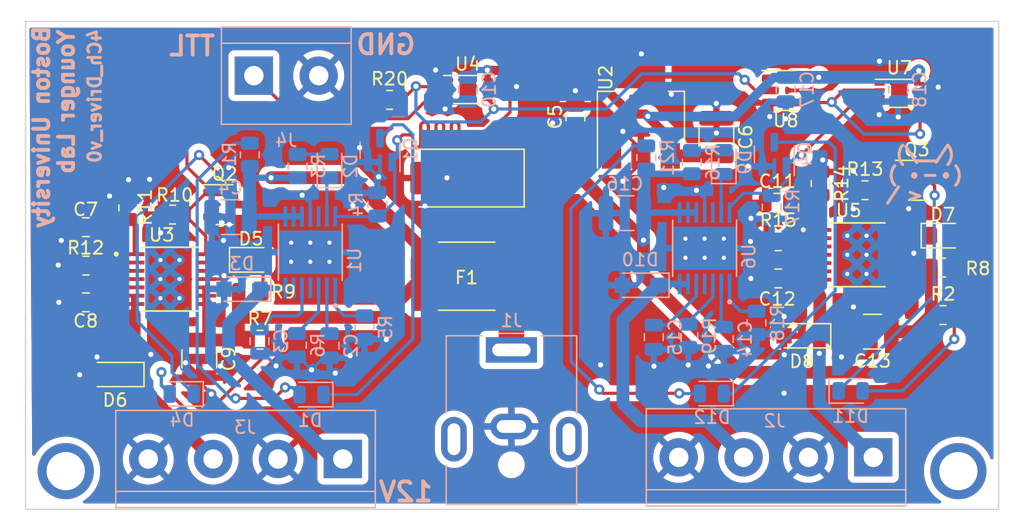
<source format=kicad_pcb>
(kicad_pcb (version 20221018) (generator pcbnew)
  (layers (0 "F.Cu" signal) (31 "B.Cu" signal) (34 "B.Paste" user) (35 "F.Paste" user) (36 "B.SilkS" user "B.Silkscreen") (37 "F.SilkS" user "F.Silkscreen") (38 "B.Mask" user) (39 "F.Mask" user) (44 "Edge.Cuts" user))
  (net 0 "")
  (net 1 "+12V")
  (net 2 "GND")
  (net 3 "/delay1")
  (net 4 "Net-(U1-BOOT)")
  (net 5 "+5V")
  (net 6 "/delay2")
  (net 7 "Net-(U3-BOOT)")
  (net 8 "Net-(D1-K)")
  (net 9 "Net-(D1-A)")
  (net 10 "/fault1")
  (net 11 "Net-(D2-A)")
  (net 12 "/out1")
  (net 13 "Net-(D4-K)")
  (net 14 "Net-(D4-A)")
  (net 15 "/fault2")
  (net 16 "Net-(D5-A)")
  (net 17 "/out2")
  (net 18 "/12V_IN")
  (net 19 "/in_term1")
  (net 20 "/in_term2")
  (net 21 "/duty1")
  (net 22 "/freq1")
  (net 23 "/duty2")
  (net 24 "/freq2")
  (net 29 "/inverted_signal/delay3")
  (net 30 "Net-(U5-BOOT)")
  (net 31 "/inverted_signal/delay4")
  (net 32 "Net-(U6-BOOT)")
  (net 33 "/inverted_signal/fault3")
  (net 34 "Net-(D7-A)")
  (net 35 "/inverted_signal/out3")
  (net 36 "/inverted_signal/fault4")
  (net 37 "Net-(D9-A)")
  (net 38 "/inverted_signal/out4")
  (net 39 "Net-(D11-K)")
  (net 40 "Net-(D11-A)")
  (net 41 "Net-(D12-K)")
  (net 42 "Net-(D12-A)")
  (net 43 "/in")
  (net 44 "/inverted_signal/in_term3")
  (net 45 "/inverted_signal/in_term4")
  (net 46 "/inverted_signal/duty3")
  (net 47 "/inverted_signal/freq3")
  (net 48 "/inverted_signal/duty4")
  (net 49 "/inverted_signal/freq4")
  (net 50 "in_sig")
  (net 55 "/inverted_signal/inverted")
  (footprint "Resistor_SMD:R_0805_2012Metric" (layer "F.Cu") (at 110.72 102.07)
    (fp_text reference "R12")
    (fp_text value "191k")
  )
  (footprint "Capacitor_SMD:C_1210_3225Metric" (layer "F.Cu") (at 119.6 109.38 -90)
    (fp_text reference "C9")
    (fp_text value "10uF")
  )
  (footprint "Package_SO:VSSOP-8_2.3x2mm_P0.5mm" (layer "F.Cu") (at 140.626 88.27)
    (fp_text reference "U4")
    (fp_text value "SN74LVC2G125DCUR")
  )
  (footprint "LED_SMD:LED_0805_2012Metric" (layer "F.Cu") (at 123.65 101.62)
    (fp_text reference "D5")
    (fp_text value "LED")
  )
  (footprint "Resistor_SMD:R_0805_2012Metric" (layer "F.Cu") (at 168.254 95.634 -90)
    (fp_text reference "R14")
    (fp_text value "162k")
  )
  (footprint "MountingHole:MountingHole_2.2mm_M2_Pad" (layer "F.Cu") (at 179.04 118.18)
    (fp_text reference "H1" hide)
    (fp_text value "MountingHole")
  )
  (footprint "Capacitor_SMD:C_0805_2012Metric" (layer "F.Cu") (at 110.72 104.95)
    (fp_text reference "C8")
    (fp_text value "470pF")
  )
  (footprint "Fuse:Fuse_2920_7451Metric" (layer "F.Cu") (at 140.54 102.9 180)
    (fp_text reference "F1")
    (fp_text value "0ZCF0125FF2C")
  )
  (footprint "LED_SMD:LED_0805_2012Metric" (layer "F.Cu") (at 177.814 99.724)
    (fp_text reference "D7")
    (fp_text value "LED")
  )
  (footprint "Diode_SMD:Nexperia_CFP3_SOD-123W" (layer "F.Cu") (at 113.0075 110.61 180)
    (fp_text reference "D6")
    (fp_text value "PMEG10010ELRX")
  )
  (footprint "Package_TO_SOT_SMD:SOT-23" (layer "F.Cu") (at 121.58 97.29)
    (fp_text reference "Q2")
    (fp_text value "2N7002E")
  )
  (footprint "Package_TO_SOT_SMD:SOT-23-5" (layer "F.Cu") (at 165.45 88.34)
    (fp_text reference "U8")
    (fp_text value "SN74AHCT1G04DBVR")
  )
  (footprint "Capacitor_SMD:C_1210_3225Metric" (layer "F.Cu") (at 172.32 107.25 180)
    (fp_text reference "C13")
    (fp_text value "10uF")
  )
  (footprint "Solenoid_Driver:IC_TPS27S100BPWPR" (layer "F.Cu") (at 117.3 103.13)
    (fp_text reference "U3")
    (fp_text value "DRV104PWP")
  )
  (footprint "Solenoid_Driver:IC_TPS27S100BPWPR" (layer "F.Cu") (at 171.094 101.224)
    (fp_text reference "U5")
    (fp_text value "DRV104PWP")
  )
  (footprint "MountingHole:MountingHole_2.2mm_M2_Pad" (layer "F.Cu") (at 109.14 118.18)
    (fp_text reference "H2" hide)
    (fp_text value "MountingHole")
  )
  (footprint "Capacitor_SMD:C_0805_2012Metric" (layer "F.Cu") (at 149.05 90.46 -90)
    (fp_text reference "C5")
    (fp_text value "0.1uF")
  )
  (footprint "Resistor_SMD:R_0805_2012Metric" (layer "F.Cu") (at 177.814 102.224)
    (fp_text reference "R8")
    (fp_text value "4k7")
  )
  (footprint "Capacitor_SMD:C_0805_2012Metric" (layer "F.Cu") (at 110.72 99.06)
    (fp_text reference "C7")
    (fp_text value "0.18uF")
  )
  (footprint "Resistor_SMD:R_0805_2012Metric" (layer "F.Cu") (at 171.724 96.164)
    (fp_text reference "R13")
    (fp_text value "4k7")
  )
  (footprint "Diode_SMD:Nexperia_CFP3_SOD-123W" (layer "F.Cu") (at 166.788 107.574 180)
    (fp_text reference "D8")
    (fp_text value "PMEG10010ELRX")
  )
  (footprint "Capacitor_Tantalum_SMD:CP_EIA-7343-43_Kemet-X_Pad2.25x2.55mm_HandSolder" (layer "F.Cu") (at 140.45 95.21 180)
    (fp_text reference "C1" hide)
    (fp_text value "47uF")
  )
  (footprint "Capacitor_SMD:C_1210_3225Metric" (layer "F.Cu") (at 160.09 92 -90)
    (fp_text reference "C6")
    (fp_text value "10uF")
  )
  (footprint "Resistor_SMD:R_0805_2012Metric" (layer "F.Cu") (at 164.934 100.164)
    (fp_text reference "R15")
    (fp_text value "191k")
  )
  (footprint "Resistor_SMD:R_0805_2012Metric" (layer "F.Cu") (at 114.04 97.54 -90)
    (fp_text reference "R11")
    (fp_text value "162k")
  )
  (footprint "Resistor_SMD:R_0805_2012Metric" (layer "F.Cu") (at 134.5 89.08)
    (fp_text reference "R20")
    (fp_text value "49R9")
  )
  (footprint "Resistor_SMD:R_0805_2012Metric" (layer "F.Cu") (at 123.6 104.13)
    (fp_text reference "R9")
    (fp_text value "4k7")
  )
  (footprint "Resistor_SMD:R_0805_2012Metric" (layer "F.Cu") (at 124.35 107.88)
    (fp_text reference "R7")
    (fp_text value "1K")
  )
  (footprint "Resistor_SMD:R_0805_2012Metric" (layer "F.Cu") (at 117.51 98.07)
    (fp_text reference "R10")
    (fp_text value "4k7")
  )
  (footprint "Package_TO_SOT_SMD:SOT-223-3_TabPin2" (layer "F.Cu") (at 154.18 90.32 90)
    (fp_text reference "U2")
    (fp_text value "BD750L2FP3-CE2")
  )
  (footprint "Capacitor_SMD:C_0805_2012Metric" (layer "F.Cu") (at 164.934 103.074)
    (fp_text reference "C12")
    (fp_text value "470pF")
  )
  (footprint "Capacitor_SMD:C_0805_2012Metric" (layer "F.Cu") (at 164.864 97.144)
    (fp_text reference "C11")
    (fp_text value "0.18uF")
  )
  (footprint "Package_SO:VSSOP-8_2.3x2mm_P0.5mm" (layer "F.Cu") (at 174.42 88.57)
    (fp_text reference "U7")
    (fp_text value "SN74LVC2G125DCUR")
  )
  (footprint "Package_TO_SOT_SMD:SOT-23" (layer "F.Cu") (at 175.794 95.384)
    (fp_text reference "Q3")
    (fp_text value "2N7002E")
  )
  (footprint "Resistor_SMD:R_0805_2012Metric" (layer "F.Cu") (at 177.84 105.95)
    (fp_text reference "R2")
    (fp_text value "1K")
  )
  (footprint "Capacitor_SMD:C_0805_2012Metric" (layer "B.Cu") (at 124.31 107.99 90)
    (fp_text reference "C3")
    (fp_text value "470pF")
  )
  (footprint "Resistor_SMD:R_0805_2012Metric" (layer "B.Cu") (at 164.418 97.49 90)
    (fp_text reference "R17")
    (fp_text value "4k7")
  )
  (footprint "Resistor_SMD:R_0805_2012Metric" (layer "B.Cu") (at 157.898 107.574 90)
    (fp_text reference "R19")
    (fp_text value "191k")
  )
  (footprint "Connector_BarrelJack:BarrelJack_CUI_PJ-063AH_Horizontal" (layer "B.Cu") (at 144.04 108.68 180)
    (fp_text reference "J1")
    (fp_text value "Barrel_Jack")
  )
  (footprint "Diode_SMD:Nexperia_CFP3_SOD-123W" (layer "B.Cu") (at 154.1255 103.61 180)
    (fp_text reference "D10")
    (fp_text value "PMEG10010ELRX")
  )
  (footprint "Resistor_SMD:R_0805_2012Metric" (layer "B.Cu") (at 127.24 108.31 90)
    (fp_text reference "R6")
    (fp_text value "191k")
  )
  (footprint "Package_TO_SOT_SMD:SOT-23" (layer "B.Cu") (at 133.75 93.02 90)
    (fp_text reference "Q1")
    (fp_text value "2N7002E")
  )
  (footprint "Capacitor_SMD:C_0805_2012Metric" (layer "B.Cu") (at 174.33 88.26 90)
    (fp_text reference "C18")
    (fp_text value "0.1uF")
  )
  (footprint "Resistor_SMD:R_0805_2012Metric" (layer "B.Cu") (at 154.596 93.604 90)
    (fp_text reference "R21")
    (fp_text value "1K")
  )
  (footprint "Resistor_SMD:R_0805_2012Metric" (layer "B.Cu") (at 123.55 93.39 90)
    (fp_text reference "R1")
    (fp_text value "1K")
  )
  (footprint "LED_SMD:LED_0805_2012Metric" (layer "B.Cu") (at 129.79 94.27 90)
    (fp_text reference "D2")
    (fp_text value "LED")
  )
  (footprint "Resistor_SMD:R_0805_2012Metric" (layer "B.Cu") (at 127.29 94.27 90)
    (fp_text reference "R3")
    (fp_text value "4k7")
  )
  (footprint "Solenoid_Driver:IC_TPS27S100BPWPR" (layer "B.Cu") (at 159.168 100.71 90)
    (fp_text reference "U6")
    (fp_text value "DRV104PWP")
  )
  (footprint "Capacitor_SMD:C_0805_2012Metric" (layer "B.Cu") (at 140.626 88.27 90)
    (fp_text reference "C10")
    (fp_text value "0.1uF")
  )
  (footprint "TerminalBlock:TerminalBlock_bornier-2_P5.08mm" (layer "B.Cu") (at 123.87 87.18)
    (fp_text reference "J4")
    (fp_text value "Screw_Terminal_01x02")
  )
  (footprint "Capacitor_SMD:C_0805_2012Metric" (layer "B.Cu") (at 129.8 108.35 90)
    (fp_text reference "C2")
    (fp_text value "0.18uF")
  )
  (footprint "Diode_SMD:Nexperia_CFP3_SOD-123W" (layer "B.Cu") (at 122.9375 103.92 180)
    (fp_text reference "D3")
    (fp_text value "PMEG10010ELRX")
  )
  (footprint "LED_SMD:LED_0805_2012Metric" (layer "B.Cu") (at 128.38 112.18 180)
    (fp_text reference "D1")
    (fp_text value "LED")
  )
  (footprint "TerminalBlock:TerminalBlock_bornier-4_P5.08mm" (layer "B.Cu") (at 130.84 117.23 180)
    (fp_text reference "J3")
    (fp_text value "Screw_Terminal_01x04")
  )
  (footprint "TerminalBlock:TerminalBlock_bornier-4_P5.08mm" (layer "B.Cu") (at 172.38 117.1 180)
    (fp_text reference "J2")
    (fp_text value "Screw_Terminal_01x04")
  )
  (footprint "Solenoid_Driver:IC_TPS27S100BPWPR" (layer "B.Cu") (at 128.29 101.02 90)
    (fp_text reference "U1")
    (fp_text value "DRV104PWP")
  )
  (footprint "Resistor_SMD:R_0805_2012Metric" (layer "B.Cu") (at 163.232 106.558 90)
    (fp_text reference "R18")
    (fp_text value "162k")
  )
  (footprint "LED_SMD:LED_0805_2012Metric" (layer "B.Cu") (at 170.598 111.892)
    (fp_text reference "D11")
    (fp_text value "LED")
  )
  (footprint "LED_SMD:LED_0805_2012Metric" (layer "B.Cu") (at 159.728 112.1 180)
    (fp_text reference "D12")
    (fp_text value "LED")
  )
  (footprint "LED_SMD:LED_0805_2012Metric" (layer "B.Cu") (at 118.22 112.13 180)
    (fp_text reference "D4")
    (fp_text value "LED")
  )
  (footprint "Resistor_SMD:R_0805_2012Metric" (layer "B.Cu") (at 132.54 106.92 90)
    (fp_text reference "R5")
    (fp_text value "162k")
  )
  (footprint "Capacitor_SMD:C_0805_2012Metric" (layer "B.Cu") (at 155.188 107.68 90)
    (fp_text reference "C15")
    (fp_text value "470pF")
  )
  (footprint "Capacitor_SMD:C_1210_3225Metric" (layer "B.Cu") (at 122.04 98.27 180)
    (fp_text reference "C4")
    (fp_text value "10uF")
  )
  (footprint "Capacitor_SMD:C_0805_2012Metric" (layer "B.Cu") (at 165.518 88.27 90)
    (fp_text reference "C17")
    (fp_text value "0.1uF")
  )
  (footprint "Resistor_SMD:R_0805_2012Metric" (layer "B.Cu") (at 158.168 93.96 90)
    (fp_text reference "R16")
    (fp_text value "4k7")
  )
  (footprint "Capacitor_SMD:C_0805_2012Metric" (layer "B.Cu") (at 160.668 107.828 90)
    (fp_text reference "C14")
    (fp_text value "0.18uF")
  )
  (footprint "Package_TO_SOT_SMD:SOT-23" (layer "B.Cu") (at 164.628 93.35 90)
    (fp_text reference "Q4")
    (fp_text value "2N7002E")
  )
  (footprint "LED_SMD:LED_0805_2012Metric" (layer "B.Cu") (at 160.668 93.96 90)
    (fp_text reference "D9")
    (fp_text value "LED")
  )
  (footprint "Capacitor_SMD:C_1210_3225Metric" (layer "B.Cu") (at 152.918 97.96 180)
    (fp_text reference "C16")
    (fp_text value "10uF")
  )
  (footprint "Resistor_SMD:R_0805_2012Metric" (layer "B.Cu") (at 133.54 97.27 -90)
    (fp_text reference "R4")
    (fp_text value "4k7")
  )
  (gr_line (start 105.99 121.18) (end 182.19 121.18) (stroke (width 0.1)) (layer "Edge.Cuts"))
  (gr_line (start 105.99 121.18) (end 105.99 82.93) (stroke (width 0.1)) (layer "Edge.Cuts"))
  (gr_line (start 182.19 82.93) (end 182.19 121.18) (stroke (width 0.1)) (layer "Edge.Cuts"))
  (gr_line (start 105.99 82.93) (end 182.19 82.93) (stroke (width 0.1)) (layer "Edge.Cuts"))
  (gr_text "GND" (at 136.69 85.63) (layer "B.SilkS") (effects (font (size 1.5 1.5) (thickness 0.3) bold) (justify left bottom mirror)))
  (gr_text "Boston University" (at 107.94 99.31 90) (layer "B.SilkS") (effects (font (size 1.2 1.2) (thickness 0.3) bold) (justify right bottom mirror)))
  (gr_text "     (\\__/)\n     (•-• )\n         < \\" (at 178.35 94.93) (layer "B.SilkS") (effects (font (size 1 1) (thickness 0.23)) (justify mirror)))
  (gr_text "Younger Lab" (at 109.88 83.43 90) (layer "B.SilkS") (effects (font (size 1.2 1.2) (thickness 0.3) bold) (justify left bottom mirror)))
  (gr_text "TTL" (at 120.99 85.73) (layer "B.SilkS") (effects (font (size 1.5 1.5) (thickness 0.3) bold) (justify left bottom mirror)))
  (gr_text "12V" (at 138.04 120.68) (layer "B.SilkS") (effects (font (size 1.5 1.5) (thickness 0.3) bold) (justify left bottom mirror)))
  (gr_text "4Ch_Driver_v0" (at 111.41 88.78 90) (layer "B.SilkS") (effects (font (size 1 1) (thickness 0.23) bold) (justify mirror)))
  (segment (start 173.894 102.056) (end 173.9 102.05) (width 0.5) (layer "F.Cu") (net 1))
  (segment (start 173.795 107.25) (end 173.894 107.151) (width 0.25) (layer "F.Cu") (net 1))
  (segment (start 133.9225 106.13) (end 122.66 106.13) (width 1) (layer "F.Cu") (net 1))
  (segment (start 149.008 95.21) (end 149.008 93.604) (width 1.5) (layer "F.Cu") (net 1))
  (segment (start 122.66 104.1575) (end 122.6875 104.13) (width 1) (layer "F.Cu") (net 1))
  (segment (start 173.795 107.25) (end 175.6275 107.25) (width 1) (layer "F.Cu") (net 1))
  (segment (start 123.4125 107.905) (end 123.4375 107.88) (width 0.25) (layer "F.Cu") (net 1))
  (segment (start 154.38 102.8) (end 162.01 110.43) (width 1) (layer "F.Cu") (net 1))
  (segment (start 149.05 93.562) (end 149.008 93.604) (width 0.25) (layer "F.Cu") (net 1))
  (segment (start 120.08 103.93) (end 120.08 107.425) (width 0.5) (layer "F.Cu") (net 1))
  (segment (start 147.402 95.21) (end 149.51 95.21) (width 1) (layer "F.Cu") (net 1))
  (segment (start 122.66 107.855) (end 122.66 106.13) (width 1) (layer "F.Cu") (net 1))
  (segment (start 154.38 100.08) (end 154.38 102.8) (width 1) (layer "F.Cu") (net 1))
  (segment (start 122.66 106.13) (end 122.66 104.1575) (width 1) (layer "F.Cu") (net 1))
  (segment (start 137.1525 101.7075) (end 143.65 95.21) (width 2) (layer "F.Cu") (net 1))
  (segment (start 137.1525 100.8625) (end 131.4725 95.1825) (width 1) (layer "F.Cu") (net 1))
  (segment (start 173.795 109.665) (end 173.795 107.25) (width 1) (layer "F.Cu") (net 1))
  (segment (start 151.88 93.47) (end 149.142 93.47) (width 1) (layer "F.Cu") (net 1))
  (segment (start 149.05 91.41) (end 149.05 93.562) (width 1) (layer "F.Cu") (net 1))
  (segment (start 122.61 107.905) (end 122.66 107.855) (width 1) (layer "F.Cu") (net 1))
  (segment (start 173.894 107.151) (end 173.894 102.056) (width 0.5) (layer "F.Cu") (net 1))
  (segment (start 119.6 107.905) (end 123.4125 107.905) (width 1) (layer "F.Cu") (net 1))
  (segment (start 175.6275 107.25) (end 176.9275 105.95) (width 1) (layer "F.Cu") (net 1))
  (segment (start 143.65 95.21) (end 147.402 95.21) (width 1.5) (layer "F.Cu") (net 1))
  (segment (start 176.9275 105.95) (end 176.9275 102.25) (width 1) (layer "F.Cu") (net 1))
  (segment (start 162.01 110.43) (end 173.03 110.43) (width 1) (layer "F.Cu") (net 1))
  (segment (start 137.1525 102.9) (end 137.1525 101.7075) (width 2) (layer "F.Cu") (net 1))
  (segment (start 173.03 110.43) (end 173.795 109.665) (width 1) (layer "F.Cu") (net 1))
  (segment (start 120.08 107.425) (end 119.6 107.905) (width 0.5) (layer "F.Cu") (net 1))
  (segment (start 137.1525 102.9) (end 133.9225 106.13) (width 1) (layer "F.Cu") (net 1))
  (segment (start 147.402 95.21) (end 149.008 95.21) (width 1.5) (layer "F.Cu") (net 1))
  (segment (start 149.51 95.21) (end 154.38 100.08) (width 1) (layer "F.Cu") (net 1))
  (segment (start 131.4725 95.1825) (end 125.22 95.1825) (width 1) (layer "F.Cu") (net 1))
  (segment (start 137.1525 102.9) (end 137.1525 100.8625) (width 1) (layer "F.Cu") (net 1))
  (via (at 125.22 95.1825) (size 0.8) (drill 0.4) (layers "F.Cu" "B.Cu") (net 1))
  (via (at 154.38 100.08) (size 0.8) (drill 0.4) (layers "F.Cu" "B.Cu") (net 1))
  (segment (start 125.22 95.1825) (end 123.54 95.1825) (width 0.5) (layer "B.Cu") (net 1))
  (segment (start 154.38 100.08) (end 154.38 97.973) (width 1) (layer "B.Cu") (net 1))
  (segment (start 127.29 95.1825) (end 125.22 95.1825) (width 0.5) (layer "B.Cu") (net 1))
  (segment (start 154.418 94.6945) (end 154.596 94.5165) (width 1) (layer "B.Cu") (net 1))
  (segment (start 154.418 97.885) (end 154.418 94.6945) (width 1) (layer "B.Cu") (net 1))
  (segment (start 154.38 97.973) (end 154.393 97.96) (width 1) (layer "B.Cu") (net 1))
  (segment (start 158.168 94.8725) (end 154.418 94.8725) (width 0.5) (layer "B.Cu") (net 1))
  (segment (start 154.443 97.91) (end 158.418 97.91) (width 0.5) (layer "B.Cu") (net 1))
  (segment (start 123.565 98.22) (end 127.54 98.22) (width 0.5) (layer "B.Cu") (net 1))
  (segment (start 123.54 95.1825) (end 123.54 94.4325) (width 1) (layer "B.Cu") (net 1))
  (segment (start 123.515 98.27) (end 123.565 98.22) (width 0.25) (layer "B.Cu") (net 1))
  (segment (start 123.54 98.195) (end 123.54 94.4325) (width 1) (layer "B.Cu") (net 1))
  (segment (start 154.393 97.96) (end 154.443 97.91) (width 0.25) (layer "B.Cu") (net 1))
  (segment (start 170.8115 96.164) (end 170.8115 97.6215) (width 0.25) (layer "F.Cu") (net 2))
  (segment (start 172.87 90.21) (end 172.84 90.24) (width 0.25) (layer "F.Cu") (net 2))
  (segment (start 160.09 90.525) (end 160.09 91.68) (width 0.25) (layer "F.Cu") (net 2))
  (segment (start 121.53 102.85) (end 121.25 103.13) (width 0.25) (layer "F.Cu") (net 2))
  (segment (start 172.87 87.82) (end 172.87 86.06) (width 0.25) (layer "F.Cu") (net 2))
  (segment (start 170.845 107.25) (end 170.845 108.265) (width 0.25) (layer "F.Cu") (net 2))
  (segment (start 115.58 95.29) (end 114.11 95.29) (width 0.5) (layer "F.Cu") (net 2))
  (segment (start 155.2 109.96) (end 151.13 109.96) (width 0.5) (layer "F.Cu") (net 2))
  (segment (start 139.076 89.566) (end 138.848 89.794) (width 0.25) (layer "F.Cu") (net 2))
  (segment (start 170.845 105.335) (end 170.82 105.31) (width 0.25) (layer "F.Cu") (net 2))
  (segment (start 168.188 116.262) (end 167.33 117.12) (width 0.25) (layer "F.Cu") (net 2))
  (segment (start 137.25 97.38) (end 137.27 97.4) (width 0.25) (layer "F.Cu") (net 2))
  (segment (start 162.8 98.258) (end 163.914 97.144) (width 0.25) (layer "F.Cu") (net 2))
  (segment (start 139.076 87.52) (end 138.88 87.52) (width 0.25) (layer "F.Cu") (net 2))
  (segment (start 116.5975 99.4725) (end 116.57 99.5) (width 0.25) (layer "F.Cu") (net 2))
  (segment (start 154.18 85.5) (end 154.21 85.47) (width 0.25) (layer "F.Cu") (net 2))
  (segment (start 170.8115 97.6215) (end 170.82 97.63) (width 0.25) (layer "F.Cu") (net 2))
  (segment (start 121.25 103.13) (end 120.1 103.13) (width 0.25) (layer "F.Cu") (net 2))
  (segment (start 151.13 109.96) (end 151.02 109.85) (width 0.25) (layer "F.Cu") (net 2))
  (segment (start 111.6075 110.61) (end 111.6075 109.2475) (width 0.25) (layer "F.Cu") (net 2))
  (segment (start 164.0215 100.164) (end 162.776 100.164) (width 0.25) (layer "F.Cu") (net 2))
  (segment (start 172.87 86.06) (end 172.86 86.05) (width 0.25) (layer "F.Cu") (net 2))
  (segment (start 148.66 89.51) (end 147.27 90.9) (width 0.25) (layer "F.Cu") (net 2))
  (segment (start 160.09 89.37) (end 160.08 89.36) (width 0.25) (layer "F.Cu") (net 2))
  (segment (start 154.18 87.17) (end 155.09 87.17) (width 0.25) (layer "F.Cu") (net 2))
  (segment (start 154.18 93.47) (end 154.18 92.96) (width 0.25) (layer "F.Cu") (net 2))
  (segment (start 115.7 95.31) (end 115.6 95.31) (width 0.25) (layer "F.Cu") (net 2))
  (segment (start 170.845 107.25) (end 170.845 105.335) (width 0.25) (layer "F.Cu") (net 2))
  (segment (start 110.25 110.61) (end 110.23 110.63) (width 0.25) (layer "F.Cu") (net 2))
  (segment (start 109.77 99.12) (end 108.79 100.1) (width 0.25) (layer "F.Cu") (net 2))
  (segment (start 139.076 89.02) (end 139.076 89.566) (width 0.25) (layer "F.Cu") (net 2))
  (segment (start 112.5775 96.6275) (end 112.57 96.62) (width 0.25) (layer "F.Cu") (net 2))
  (segment (start 108.59 102.07) (end 108.55 102.03) (width 0.25) (layer "F.Cu") (net 2))
  (segment (start 111.6075 109.2475) (end 111.59 109.23) (width 0.25) (layer "F.Cu") (net 2))
  (segment (start 119.6 110.76) (end 118.52 109.68) (width 0.25) (layer "F.Cu") (net 2))
  (segment (start 168.254 94.7215) (end 168.254 93.956) (width 0.25) (layer "F.Cu") (net 2))
  (segment (start 163.984 103.074) (end 162.796 103.074) (width 0.25) (layer "F.Cu") (net 2))
  (segment (start 174.8565 97.3165) (end 175.15 97.61) (width 0.25) (layer "F.Cu") (net 2))
  (segment (start 160.09 90.525) (end 160.09 89.37) (width 0.25) (layer "F.Cu") (net 2))
  (segment (start 154.18 87.17) (end 154.18 85.5) (width 0.25) (layer "F.Cu") (net 2))
  (segment (start 168.254 94.7215) (end 170.7685 94.7215) (width 0.25) (layer "F.Cu") (net 2))
  (segment (start 170.8115 96.164) (end 170.8115 94.6785) (width 0.25) (layer "F.Cu") (net 2))
  (segment (start 119.6 110.855) (end 119.6 111.2) (width 0.25) (layer "F.Cu") (net 2))
  (segment (start 119.6 111.2) (end 120.54 112.14) (width 0.25) (layer "F.Cu") (net 2))
  (segment (start 119.6 110.855) (end 119.6 110.76) (width 0.25) (layer "F.Cu") (net 2))
  (segment (start 165.388 107.574) (end 165.388 106.072) (width 0.25) (layer "F.Cu") (net 2))
  (segment (start 117.775 109.03) (end 115.8 109.03) (width 0.5) (layer "F.Cu") (net 2))
  (segment (start 119.6 110.855) (end 117.775 109.03) (width 0.5) (layer "F.Cu") (net 2))
  (segment (start 170.845 108.265) (end 169.88 109.23) (width 0.25) (layer "F.Cu") (net 2))
  (segment (start 175.97 88.32) (end 177.22 88.32) (width 0.25) (layer "F.Cu") (net 2))
  (segment (start 165.388 107.574) (end 165.388 109.038) (width 0.25) (layer "F.Cu") (net 2))
  (segment (start 154.18 94.03) (end 152.76 95.45) (width 0.25) (layer "F.Cu") (net 2))
  (segment (start 164.3125 89.29) (end 164.3125 90.3475) (width 0.25) (layer "F.Cu") (net 2))
  (segment (start 170.8115 94.6785) (end 170.82 94.67) (width 0.25) (layer "F.Cu") (net 2))
  (segment (start 162.776 100.164) (end 162.76 100.18) (width 0.25) (layer "F.Cu") (net 2))
  (segment (start 162.796 103.074) (end 162.79 103.08) (width 0.25) (layer "F.Cu") (net 2))
  (segment (start 177.22 88.32) (end 177.46 88.08) (width 0.25) (layer "F.Cu") (net 2))
  (segment (start 109.77 99.06) (end 109.77 99.12) (width 0.25) (layer "F.Cu") (net 2))
  (segment (start 114.04 96.6275) (end 114.04 95.36) (width 0.25) (layer "F.Cu") (net 2))
  (segment (start 168.254 93.956) (end 168.42 93.79) (width 0.25) (layer "F.Cu") (net 2))
  (segment (start 154.18 93.47) (end 154.18 94.16) (width 0.25) (layer "F.Cu") (net 2))
  (segment (start 172.87 89.32) (end 172.87 90.21) (width 0.25) (layer "F.Cu") (net 2))
  (segment (start 165.388 109.038) (end 165.41 109.06) (width 0.25) (layer "F.Cu") (net 2))
  (segment (start 175.426 101.224) (end 175.55 101.1) (width 0.25) (layer "F.Cu") (net 2))
  (segment (start 116.5975 98.07) (end 116.5975 96.3075) (width 0.5) (layer "F.Cu") (net 2))
  (segment (start 115.6 95.31) (end 115.58 95.29) (width 0.25) (layer "F.Cu") (net 2))
  (segment (start 154.18 92.96) (end 152.77 91.55) (width 0.25) (layer "F.Cu") (net 2))
  (segment (start 109.8075 102.07) (end 108.59 102.07) (width 0.25) (layer "F.Cu") (net 2))
  (segment (start 149.05 89.51) (end 149.05 88.36) (width 0.25) (layer "F.Cu") (net 2))
  (segment (start 138.97 95.21) (end 138.99 95.19) (width 0.25) (layer "F.Cu") (net 2))
  (segment (start 119.6 110.855) (end 120.335 110.855) (width 0.25) (layer "F.Cu") (net 2))
  (segment (start 164.3125 90.3475) (end 164.27 90.39) (width 0.25) (layer "F.Cu") (net 2))
  (segment (start 137.25 95.21) (end 137.25 97.38) (width 0.25) (layer "F.Cu") (net 2))
  (segment (start 109.77 104.95) (end 108.6 104.95) (width 0.25) (layer "F.Cu") (net 2))
  (segment (start 173.894 101.224) (end 175.426 101.224) (width 0.25) (layer "F.Cu") (net 2))
  (segment (start 144.42 88.02) (end 144.44 88.04) (width 0.25) (layer "F.Cu") (net 2))
  (segment (start 170.7685 94.7215) (end 170.82 94.67) (width 0.25) (layer "F.Cu") (net 2))
  (segment (start 120.335 110.855) (end 121.24 109.95) (width 0.25) (layer "F.Cu") (net 2))
  (segment (start 154.18 94.16) (end 155.97 95.95) (width 0.25) (layer "F.Cu") (net 2))
  (segment (start 162.8 98.37) (end 162.8 98.258) (width 0.25) (layer "F.Cu") (net 2))
  (segment (start 138.88 87.52) (end 138.1 86.74) (width 0.25) (layer "F.Cu") (net 2))
  (segment (start 116.5975 96.3075) (end 115.7 95.41) (width 0.5) (layer "F.Cu") (net 2))
  (segment (start 137.25 95.21) (end 138.97 95.21) (width 0.25) (layer "F.Cu") (net 2))
  (segment (start 174.8565 96.334) (end 174.8565 97.3165) (width 0.25) (layer "F.Cu") (net 2))
  (segment (start 114.04 95.36) (end 114.06 95.34) (width 0.25) (layer "F.Cu") (net 2))
  (segment (start 114.11 95.29) (end 114.06 95.34) (width 0.25) (layer "F.Cu") (net 2))
  (segment (start 155.09 87.17) (end 156.56 88.64) (width 0.25) (layer "F.Cu") (net 2))
  (segment (start 154.18 93.47) (end 154.18 94.03) (width 0.25) (layer "F.Cu") (net 2))
  (segment (start 116.5975 98.07) (end 116.5975 99.4725) (width 0.25) (layer "F.Cu") (net 2))
  (segment (start 111.6075 110.61) (end 110.25 110.61) (width 0.25) (layer "F.Cu") (net 2))
  (segment (start 115.7 95.41) (end 115.7 95.31) (width 0.5) (layer "F.Cu") (net 2))
  (segment (start 114.04 96.6275) (end 112.5775 96.6275) (width 0.25) (layer "F.Cu") (net 2))
  (segment (start 149.05 89.51) (end 148.66 89.51) (width 0.25) (layer "F.Cu") (net 2))
  (segment (start 165.388 106.072) (end 165.4 106.06) (width 0.25) (layer "F.Cu") (net 2))
  (segment (start 142.176 88.02) (end 144.42 88.02) (width 0.25) (layer "F.Cu") (net 2))
  (via (at 131.41 109.13) (size 0.8) (drill 0.4) (layers "F.Cu" "B.Cu") (net 2))
  (via (at 125.61 109.93) (size 0.8) (drill 0.4) (layers "F.Cu" "B.Cu") (net 2))
  (via (at 120.54 112.14) (size 0.8) (drill 0.4) (layers "F.Cu" "B.Cu") (net 2))
  (via (at 118.52 109.68) (size 0.8) (drill 0.4) (layers "F.Cu" "B.Cu") (net 2))
  (via (at 110.23 110.63) (size 0.8) (drill 0.4) (layers "F.Cu" "B.Cu") (net 2))
  (via (at 121.95 98.85) (size 0.8) (drill 0.4) (layers "F.Cu" "B.Cu") (net 2))
  (via (at 175.55 101.1) (size 0.8) (drill 0.4) (layers "F.Cu" "B.Cu") (net 2))
  (via (at 154.21 85.47) (size 0.8) (drill 0.4) (layers "F.Cu" "B.Cu") (net 2))
  (via (at 160.08 89.36) (size 0.8) (drill 0.4) (layers "F.Cu" "B.Cu") (net 2))
  (via (at 121.9 94.39) (size 0.8) (drill 0.4) (layers "F.Cu" "B.Cu") (net 2))
  (via (at 152.77 91.55) (size 0.8) (drill 0.4) (layers "F.Cu" "B.Cu") (net 2))
  (via (at 160.09 91.68) (size 0.8) (drill 0.4) (layers "F.Cu" "B.Cu") (net 2))
  (via (at 144.44 88.04) (size 0.8) (drill 0.4) (layers "F.Cu" "B.Cu") (net 2))
  (via (at 162.8 98.37) (size 0.8) (drill 0.4) (layers "F.Cu" "B.Cu") (net 2))
  (via (at 112.57 96.62) (size 0.8) (drill 0.4) (layers "F.Cu" "B.Cu") (net 2))
  (via (at 165.39 112.07) (size 0.8) (drill 0.4) (layers "F.Cu" "B.Cu") (net 2))
  (via (at 162.76 100.18) (size 0.8) (drill 0.4) (layers "F.Cu" "B.Cu") (net 2))
  (via (at 170.82 94.67) (size 0.8) (drill 0.4) (layers "F.Cu" "B.Cu") (net 2))
  (via (at 108.79 100.1) (size 0.8) (drill 0.4) (layers "F.Cu" "B.Cu") (net 2))
  (via (at 121.24 109.95) (size 0.8) (drill 0.4) (layers "F.Cu" "B.Cu") (net 2))
  (via (at 162.56 108.71) (size 0.8) (drill 0.4) (layers "F.Cu" "B.Cu") (net 2))
  (via (at 138.99 95.19) (size 0.8) (drill 0.4) (layers "F.Cu" "B.Cu") (net 2))
  (via (at 162.79 103.08) (size 0.8) (drill 0.4) (layers "F.Cu" "B.Cu") (net 2))
  (via (at 121.49 100.1) (size 0.8) (drill 0.4) (layers "F.Cu" "B.Cu") (net 2))
  (via (at 168.42 93.79) (size 0.8) (drill 0.4) (layers "F.Cu" "B.Cu") (net 2))
  (via (at 169.88 109.23) (size 0.8) (drill 0.4) (layers "F.Cu" "B.Cu") (net 2))
  (via (at 152.76 95.45) (size 0.8) (drill 0.4) (layers "F.Cu" "B.Cu") (net 2))
  (via (at 137.27 97.4) (size 0.8) (drill 0.4) (layers "F.Cu" "B.Cu") (net 2))
  (via (at 115.7 95.31) (size 0.8) (drill 0.4) (layers "F.Cu" "B.Cu") (net 2))
  (via (at 155.2 109.96) (size 0.8) (drill 0.4) (layers "F.Cu" "B.Cu") (net 2))
  (via (at 177.46 88.08) (size 0.8) (drill 0.4) (layers "F.Cu" "B.Cu") (net 2))
  (via (at 138.1 86.74) (size 0.8) (drill 0.4) (layers "F.Cu" "B.Cu") (net 2))
  (via (at 111.59 109.23) (size 0.8) (drill 0.4) (layers "F.Cu" "B.Cu") (net 2))
  (via (at 149.05 88.36) (size 0.8) (drill 0.4) (layers "F.Cu" "B.Cu") (net 2))
  (via (at 156.56 88.64) (size 0.8) (drill 0.4) (layers "F.Cu" "B.Cu") (net 2))
  (via (at 108.55 102.03) (size 0.8) (drill 0.4) (layers "F.Cu" "B.Cu") (net 2))
  (via (at 138.848 89.794) (size 0.8) (drill 0.4) (layers "F.Cu" "B.Cu") (net 2))
  (via (at 172.84 90.24) (size 0.8) (drill 0.4) (layers "F.Cu" "B.Cu") (net 2))
  (via (at 134.24 107.88) (size 0.8) (drill 0.4) (layers "F.Cu" "B.Cu") (net 2))
  (via (at 133.64 95.11) (size 0.8) (drill 0.4) (layers "F.Cu" "B.Cu") (net 2))
  (via (at 108.6 104.95) (size 0.8) (drill 0.4) (layers "F.Cu" "B.Cu") (net 2))
  (via (at 170.82 97.63) (size 0.8) (drill 0.4) (layers "F.Cu" "B.Cu") (net 2))
  (via (at 128.39 110.24) (size 0.8) (drill 0.4) (layers "F.Cu" "B.Cu") (net 2))
  (via (at 116.57 99.5) (size 0.8) (drill 0.4) (layers "F.Cu" "B.Cu") (net 2))
  (via (at 155.97 95.95) (size 0.8) (drill 0.4) (layers "F.Cu" "B.Cu") (net 2))
  (via (at 159.47 109.94) (size 0.8) (drill 0.4) (layers "F.Cu" "B.Cu") (net 2))
  (via (at 162.58 94.28) (size 0.8) (drill 0.4) (layers "F.Cu" "B.Cu") (net 2))
  (via (at 127.65 96.55) (size 0.8) (drill 0.4) (layers "F.Cu" "B.Cu") (net 2))
  (via (at 164.27 90.39) (size 0.8) (drill 0.4) (layers "F.Cu" "B.Cu") (net 2))
  (via (at 151.02 109.85) (size 0.8) (drill 0.4) (layers "F.Cu" "B.Cu") (net 2))
  (via (at 175.15 97.61) (size 0.8) (drill 0.4) (layers "F.Cu" "B.Cu") (net 2))
  (via (at 114.06 95.34) (size 0.8) (drill 0.4) (layers "F.Cu" "B.Cu") (net 2))
  (via (at 174.33 90.42) (size 0.8) (drill 0.4) (layers "F.Cu" "B.Cu") (net 2))
  (via (at 132.15 92.82) (size 0.8) (drill 0.4) (layers "F.Cu" "B.Cu") (net 2))
  (via (at 130.25 110.5) (size 0.8) (drill 0.4) (layers "F.Cu" "B.Cu") (net 2))
  (via (at 147.27 90.9) (size 0.8) (drill 0.4) (layers "F.Cu" "B.Cu") (net 2))
  (via (at 165.41 109.06) (size 0.8) (drill 0.4) (layers "F.Cu" "B.Cu") (net 2))
  (via (at 172.86 86.05) (size 0.8) (drill 0.4) (layers "F.Cu" "B.Cu") (net 2))
  (via (at 115.8 109.03) (size 0.8) (drill 0.4) (layers "F.Cu" "B.Cu") (net 2))
  (via (at 121.53 102.85) (size 0.8) (drill 0.4) (layers "F.Cu" "B.Cu") (net 2))
  (via (at 157.88 109.86) (size 0.8) (drill 0.4) (layers "F.Cu" "B.Cu") (net 2))
  (via (at 165.51 90.57) (size 0.8) (drill 0.4) (layers "F.Cu" "B.Cu") (net 2))
  (via (at 158.528 96.17) (size 0.8) (drill 0.4) (layers "F.Cu" "B.Cu") (net 2))
  (via (at 131.62 97.36) (size 0.8) (drill 0.4) (layers "F.Cu" "B.Cu") (net 2))
  (via (at 165.4 106.06) (size 0.8) (drill 0.4) (layers "F.Cu" "B.Cu") (net 2))
  (via (at 170.82 105.31) (size 0.8) (drill 0.4) (layers "F.Cu" "B.Cu") (net 2))
  (segment (start 162.5875 94.2875) (end 162.58 94.28) (width 0.25) (layer "B.Cu") (net 2))
  (segment (start 132.6225 96.3575) (end 131.62 97.36) (width 0.25) (layer "B.Cu") (net 2))
  (segment (start 163.678 94.2875) (end 162.5875 94.2875) (width 0.25) (layer "B.Cu") (net 2))
  (segment (start 127.66 96.55) (end 127.69 96.52) (width 0.25) (layer "B.Cu") (net 2))
  (segment (start 129.8 109.3) (end 129.33 109.3) (width 0.25) (layer "B.Cu") (net 2))
  (segment (start 165.41 112.05) (end 165.39 112.07) (width 0.25) (layer "B.Cu") (net 2))
  (segment (start 165.41 109.06) (end 165.41 112.05) (width 0.5) (layer "B.Cu") (net 2))
  (segment (start 131.24 109.3) (end 131.41 109.13) (width 0.25) (layer "B.Cu") (net 2))
  (segment (start 121.5375 102.8575) (end 121.53 102.85) (width 0.25) (layer "B.Cu") (net 2))
  (segment (start 124.62 108.94) (end 125.61 109.93) (width 0.25) (layer "B.Cu") (net 2))
  (segment (start 158.528 96.17) (end 158.568 96.21) (width 0.25) (layer "B.Cu") (net 2))
  (segment (start 120.565 98.27) (end 120.565 95.725) (width 0.25) (layer "B.Cu") (net 2))
  (segment (start 163.9895 107.4705) (end 165.4 106.06) (width 0.25) (layer "B.Cu") (net 2))
  (segment (start 126.3175 109.2225) (end 125.61 109.93) (width 0.25) (layer "B.Cu") (net 2))
  (segment (start 129.8 110.05) (end 130.25 110.5) (width 0.25) (layer "B.Cu") (net 2))
  (segment (start 133.54 96.3575) (end 132.6225 96.3575) (width 0.25) (layer "B.Cu") (net 2))
  (segment (start 159.168 96.81) (end 158.528 96.17) (width 0.25) (layer "B.Cu") (net 2))
  (segment (start 157.03 117.12) (end 157.17 117.12) (width 1) (layer "B.Cu") (net 2))
  (segment (start 124.31 108.94) (end 124.62 108.94) (width 0.25) (layer "B.Cu") (net 2))
  (segment (start 165.518 89.22) (end 165.518 90.562) (width 0.25) (layer "B.Cu") (net 2))
  (segment (start 155.188 108.63) (end 155.188 109.948) (width 0.25) (layer "B.Cu") (net 2))
  (segment (start 162.8325 98.4025) (end 162.8 98.37) (width 0.25) (layer "B.Cu") (net 2))
  (segment (start 163.232 108.038) (end 162.56 108.71) (width 0.25) (layer "B.Cu") (net 2))
  (segment (start 120.565 98.27) (end 121.37 98.27) (width 0.25) (layer "B.Cu") (net 2))
  (segment (start 120.565 98.27) (end 120.565 99.175) (width 0.25) (layer "B.Cu") (net 2))
  (segment (start 157.898 108.4865) (end 157.898 109.842) (width 0.25) (layer "B.Cu") (net 2))
  (segment (start 120.565 95.725) (end 121.9 94.39) (width 0.25) (layer "B.Cu") (net 2))
  (segment (start 139.356 89.286) (end 140.56 89.286) (width 0.25) (layer "B.Cu") (net 2))
  (segment (start 160.632 108.778) (end 159.47 109.94) (width 0.25) (layer "B.Cu") (net 2))
  (segment (start 163.232 107.4705) (end 163.232 108.038) (width 0.25) (layer "B.Cu") (net 2))
  (segment (start 162.492 108.778) (end 162.56 108.71) (width 0.25) (layer "B.Cu") (net 2))
  (segment (start 132.54 108) (end 131.41 109.13) (width 0.25) (layer "B.Cu") (net 2))
  (segment (start 127.65 96.55) (end 127.66 96.55) (width 0.25) (layer "B.Cu") (net 2))
  (segment (start 159.168 97.91) (end 159.168 96.81) (width 0.25) (layer "B.Cu") (net 2))
  (segment (start 134.1925 107.8325) (end 134.24 107.88) (width 0.25) (layer "B.Cu") (net 2))
  (segment (start 128.29 97.19) (end 128.29 98.22) (width 0.25) (layer "B.Cu") (net 2))
  (segment (start 129.8 109.3) (end 129.8 110.05) (width 0.25) (layer "B.Cu") (net 2))
  (segment (start 127.3725 109.2225) (end 128.39 110.24) (width 0.25) (layer "B.Cu") (net 2))
  (segment (start 140.56 89.286) (end 140.626 89.22) (width 0.25) (layer "B.Cu") (net 2))
  (segment (start 121.5375 103.92) (end 121.5375 102.8575) (width 0.25) (layer "B.Cu") (net 2))
  (segment (start 174.33 89.21) (end 174.33 90.42) (width 0.25) (layer "B.Cu") (net 2))
  (segment (start 138.848 89.794) (end 139.356 89.286) (width 0.25) (layer "B.Cu") (net 2))
  (segment (start 132.54 107.8325) (end 134.1925 107.8325) (width 0.25) (layer "B.Cu") (net 2))
  (segment (start 160.668 108.778) (end 162.492 108.778) (width 0.25) (layer "B.Cu") (net 2))
  (segment (start 163.232 107.4705) (end 163.9895 107.4705) (width 0.25) (layer "B.Cu") (net 2))
  (segment (start 127.24 109.2225) (end 126.3175 109.2225) (width 0.25) (layer "B.Cu") (net 2))
  (segment (start 132.8 93.9575) (end 132.8 93.47) (width 0.25) (layer "B.Cu") (net 2))
  (segment (start 132.8 93.9575) (end 132.8 94.27) (width 0.25) (layer "B.Cu") (net 2))
  (segment (start 129.33 109.3) (end 128.39 110.24) (width 0.25) (layer "B.Cu") (net 2))
  (segment (start 132.54 107.8325) (end 132.54 108) (width 0.25) (layer "B.Cu") (net 2))
  (segment (start 129.8 109.3) (end 131.24 109.3) (width 0.25) (layer "B.Cu") (net 2))
  (segment (start 157.898 109.842) (end 157.88 109.86) (width 0.25) (layer "B.Cu") (net 2))
  (segment (start 160.668 108.778) (end 160.632 108.778) (width 0.25) (layer "B.Cu") (net 2))
  (segment (start 165.518 90.562) (end 165.51 90.57) (width 0.25) (layer "B.Cu") (net 2))
  (segment (start 132.8 93.47) (end 132.15 92.82) (width 0.25) (layer "B.Cu") (net 2))
  (segment (start 133.54 95.21) (end 133.64 95.11) (width 0.25) (layer "B.Cu") (net 2))
  (segment (start 155.188 109.948) (end 155.2 109.96) (width 0.25) (layer "B.Cu") (net 2))
  (segment (start 164.418 98.4025) (end 162.8325 98.4025) (width 0.25) (layer "B.Cu") (net 2))
  (segment (start 127.24 109.2225) (end 127.3725 109.2225) (width 0.25) (layer "B.Cu") (net 2))
  (segment (start 120.565 99.175) (end 121.49 100.1) (width 0.25) (layer "B.Cu") (net 2))
  (segment (start 121.37 98.27) (end 121.95 98.85) (width 0.25) (layer "B.Cu") (net 2))
  (segment (start 133.54 96.3575) (end 133.54 95.21) (width 0.25) (layer "B.Cu") (net 2))
  (segment (start 127.65 96.55) (end 128.29 97.19) (width 0.25) (layer "B.Cu") (net 2))
  (segment (start 132.8 94.27) (end 133.64 95.11) (width 0.25) (layer "B.Cu") (net 2))
  (segment (start 129.8 107.4) (end 129.59 107.19) (width 0.25) (layer "B.Cu") (net 3))
  (segment (start 129.59 107.19) (end 129.59 103.82) (width 0.25) (layer "B.Cu") (net 3))
  (segment (start 127.29 106.02) (end 127.64 105.67) (width 0.25) (layer "B.Cu") (net 4))
  (segment (start 124.31 107.04) (end 125.33 106.02) (width 0.25) (layer "B.Cu") (net 4))
  (segment (start 125.33 106.02) (end 127.29 106.02) (width 0.25) (layer "B.Cu") (net 4))
  (segment (start 127.64 105.67) (end 127.64 103.82) (width 0.25) (layer "B.Cu") (net 4))
  (segment (start 175.94 87.79) (end 175.97 87.82) (width 0.25) (layer "F.Cu") (net 5))
  (segment (start 149.962 86.772) (end 153.38 90.19) (width 0.72) (layer "F.Cu") (net 5))
  (segment (start 166.5875 87.39) (end 168.03 87.39) (width 0.25) (layer "F.Cu") (net 5))
  (segment (start 156.48 93.47) (end 160.085 93.47) (width 1) (layer "F.Cu") (net 5))
  (segment (start 160.085 93.47) (end 160.09 93.475) (width 1) (layer "F.Cu") (net 5))
  (segment (start 154.52 90.19) (end 154.7 90.37) (width 0.72) (layer "F.Cu") (net 5))
  (segment (start 156.48 92.15) (end 156.48 93.47) (width 0.72) (layer "F.Cu") (net 5))
  (segment (start 153.38 90.19) (end 154.52 90.19) (width 0.72) (layer "F.Cu") (net 5))
  (segment (start 142.176 87.324) (end 142.176 86.772) (width 0.5) (layer "F.Cu") (net 5))
  (segment (start 142.176 86.772) (end 142.15 86.746) (width 0.25) (layer "F.Cu") (net 5))
  (segment (start 142.176 86.772) (end 149.962 86.772) (width 0.72) (layer "F.Cu") (net 5))
  (segment (start 154.73 90.37) (end 154.73 90.4) (width 0.72) (layer "F.Cu") (net 5))
  (segment (start 154.7 90.37) (end 154.73 90.37) (width 0.72) (layer "F.Cu") (net 5))
  (segment (start 175.94 86.79) (end 175.94 87.79) (width 0.25) (layer "F.Cu") (net 5))
  (segment (start 154.73 90.4) (end 156.48 92.15) (width 0.72) (layer "F.Cu") (net 5))
  (segment (start 168.03 87.39) (end 168.11 87.31) (width 0.25) (layer "F.Cu") (net 5))
  (via (at 142.15 86.746) (size 0.8) (drill 0.4) (layers "F.Cu" "B.Cu") (net 5))
  (via (at 154.73 90.37) (size 0.8) (drill 0.4) (layers "F.Cu" "B.Cu") (net 5))
  (via (at 175.94 86.79) (size 0.8) (drill 0.4) (layers "F.Cu" "B.Cu") (net 5))
  (via (at 168.11 87.31) (size 0.8) (drill 0.4) (layers "F.Cu" "B.Cu") (net 5))
  (segment (start 165.528 87.31) (end 165.518 87.32) (width 0.25) (layer "B.Cu") (net 5))
  (segment (start 168.11 87.31) (end 165.528 87.31) (width 1) (layer "B.Cu") (net 5))
  (segment (start 161.52 90.37) (end 164.57 87.32) (width 0.72) (layer "B.Cu") (net 5))
  (segment (start 174.33 87.31) (end 175.42 87.31) (width 1) (layer "B.Cu") (net 5))
  (segment (start 154.73 90.37) (end 161.52 90.37) (width 0.72) (layer "B.Cu") (net 5))
  (segment (start 175.42 87.31) (end 175.94 86.79) (width 1) (layer "B.Cu") (net 5))
  (segment (start 174.33 87.31) (end 168.11 87.31) (width 1) (layer "B.Cu") (net 5))
  (segment (start 141.2 86.746) (end 140.626 87.32) (width 0.5) (layer "B.Cu") (net 5))
  (segment (start 142.15 86.746) (end 141.2 86.746) (width 0.5) (layer "B.Cu") (net 5))
  (segment (start 164.57 87.32) (end 165.518 87.32) (width 0.72) (layer "B.Cu") (net 5))
  (segment (start 113.45 101.83) (end 114.5 101.83) (width 0.25) (layer "F.Cu") (net 6))
  (segment (start 111.67 100.05) (end 113.45 101.83) (width 0.25) (layer "F.Cu") (net 6))
  (segment (start 111.67 99.06) (end 111.67 100.05) (width 0.25) (layer "F.Cu") (net 6))
  (segment (start 111.67 104.95) (end 112.84 103.78) (width 0.25) (layer "F.Cu") (net 7))
  (segment (start 112.84 103.78) (end 114.5 103.78) (width 0.25) (layer "F.Cu") (net 7))
  (segment (start 136.32 107.81) (end 131.95 112.18) (width 0.25) (layer "B.Cu") (net 8))
  (segment (start 133.75 92.0825) (end 134.8025 91.03) (width 0.25) (layer "B.Cu") (net 8))
  (segment (start 134.8025 91.03) (end 135.54 91.03) (width 0.25) (layer "B.Cu") (net 8))
  (segment (start 131.95 112.18) (end 129.3175 112.18) (width 0.25) (layer "B.Cu") (net 8))
  (segment (start 136.32 91.81) (end 136.32 107.81) (width 0.25) (layer "B.Cu") (net 8))
  (segment (start 135.54 91.03) (end 136.32 91.81) (width 0.25) (layer "B.Cu") (net 8))
  (segment (start 125.46 112.48) (end 122.44 112.48) (width 0.25) (layer "F.Cu") (net 9))
  (segment (start 126.32 111.62) (end 125.46 112.48) (width 0.25) (layer "F.Cu") (net 9))
  (via (at 122.44 112.48) (size 0.8) (drill 0.4) (layers "F.Cu" "B.Cu") (net 9))
  (via (at 126.32 111.62) (size 0.8) (drill 0.4) (layers "F.Cu" "B.Cu") (net 9))
  (segment (start 126.8825 111.62) (end 127.4425 112.18) (width 0.25) (layer "B.Cu") (net 9))
  (segment (start 119.43 95.38) (end 119.43 109.84) (width 0.25) (layer "B.Cu") (net 9))
  (segment (start 122.07 112.48) (end 122.44 112.48) (width 0.25) (layer "B.Cu") (net 9))
  (segment (start 122.3325 92.4775) (end 119.43 95.38) (width 0.25) (layer "B.Cu") (net 9))
  (segment (start 126.32 111.62) (end 126.8825 111.62) (width 0.25) (layer "B.Cu") (net 9))
  (segment (start 123.55 92.4775) (end 122.3325 92.4775) (width 0.25) (layer "B.Cu") (net 9))
  (segment (start 119.43 109.84) (end 122.07 112.48) (width 0.25) (layer "B.Cu") (net 9))
  (segment (start 129.59 95.4075) (end 129.79 95.2075) (width 0.25) (layer "B.Cu") (net 10))
  (segment (start 129.59 98.22) (end 129.59 95.4075) (width 0.25) (layer "B.Cu") (net 10))
  (segment (start 127.315 93.3325) (end 129.79 93.3325) (width 0.25) (layer "B.Cu") (net 11))
  (segment (start 127.29 93.3575) (end 127.315 93.3325) (width 0.25) (layer "B.Cu") (net 11))
  (segment (start 121.89 109.04) (end 130.08 117.23) (width 1) (layer "B.Cu") (net 12))
  (segment (start 121.89 106.64) (end 121.89 109.04) (width 1) (layer "B.Cu") (net 12))
  (segment (start 124.3375 103.92) (end 124.3375 104.1925) (width 1) (layer "B.Cu") (net 12))
  (segment (start 130.08 117.23) (end 130.84 117.23) (width 1) (layer "B.Cu") (net 12))
  (segment (start 126.79 103.82) (end 126.24 103.82) (width 0.5) (layer "B.Cu") (net 12))
  (segment (start 124.3375 104.1925) (end 121.89 106.64) (width 1) (layer "B.Cu") (net 12))
  (segment (start 124.4375 103.82) (end 124.3375 103.92) (width 0.5) (layer "B.Cu") (net 12))
  (segment (start 126.34 103.82) (end 124.4375 103.82) (width 0.5) (layer "B.Cu") (net 12))
  (segment (start 122.5175 96.3375) (end 119.58 93.4) (width 0.25) (layer "F.Cu") (net 13))
  (segment (start 122.5175 97.29) (end 122.5175 96.3375) (width 0.25) (layer "F.Cu") (net 13))
  (via (at 119.58 93.4) (size 0.8) (drill 0.4) (layers "F.Cu" "B.Cu") (net 13))
  (segment (start 114.74 98.24) (end 119.58 93.4) (width 0.25) (layer "B.Cu") (net 13))
  (segment (start 117.46 110.4325) (end 117.46 109.15) (width 0.25) (layer "B.Cu") (net 13))
  (segment (start 114.74 106.43) (end 114.74 98.24) (width 0.25) (layer "B.Cu") (net 13))
  (segment (start 119.1575 112.13) (end 117.46 110.4325) (width 0.25) (layer "B.Cu") (net 13))
  (segment (start 117.46 109.15) (end 114.74 106.43) (width 0.25) (layer "B.Cu") (net 13))
  (segment (start 125.2625 108.5975) (end 119.93 113.93) (width 0.25) (layer "F.Cu") (net 14))
  (segment (start 125.2625 107.88) (end 125.2625 108.5975) (width 0.25) (layer "F.Cu") (net 14))
  (segment (start 119.13 113.93) (end 116.63 111.43) (width 0.25) (layer "F.Cu") (net 14))
  (segment (start 119.93 113.93) (end 119.13 113.93) (width 0.25) (layer "F.Cu") (net 14))
  (segment (start 116.63 111.43) (end 116.63 110.43) (width 0.25) (layer "F.Cu") (net 14))
  (via (at 116.63 110.43) (size 0.8) (drill 0.4) (layers "F.Cu" "B.Cu") (net 14))
  (segment (start 116.63 110.43) (end 116.63 111.4775) (width 0.25) (layer "B.Cu") (net 14))
  (segment (start 116.63 111.4775) (end 117.2825 112.13) (width 0.25) (layer "B.Cu") (net 14))
  (segment (start 122.7125 101.62) (end 122.5025 101.83) (width 0.25) (layer "F.Cu") (net 15))
  (segment (start 122.5025 101.83) (end 120.1 101.83) (width 0.25) (layer "F.Cu") (net 15))
  (segment (start 124.5875 101.62) (end 124.5875 104.055) (width 0.25) (layer "F.Cu") (net 16))
  (segment (start 124.5875 104.055) (end 124.5125 104.13) (width 0.25) (layer "F.Cu") (net 16))
  (segment (start 114.4075 110.61) (end 114.4075 110.9575) (width 1) (layer "F.Cu") (net 17))
  (segment (start 114.4075 110.3025) (end 114.5 110.21) (width 0.25) (layer "F.Cu") (net 17))
  (segment (start 114.4075 110.61) (end 114.4075 110.3025) (width 0.25) (layer "F.Cu") (net 17))
  (segment (start 114.5 110.21) (end 114.5 105.9) (width 1) (layer "F.Cu") (net 17))
  (segment (start 114.4075 110.9575) (end 120.68 117.23) (width 1) (layer "F.Cu") (net 17))
  (segment (start 114.3875 110.63) (end 114.4075 110.61) (width 0.25) (layer "F.Cu") (net 17))
  (segment (start 114 110.63) (end 114.3875 110.63) (width 0.25) (layer "F.Cu") (net 17))
  (segment (start 114.5 104.61) (end 114.5 105.9) (width 0.5) (layer "F.Cu") (net 17))
  (segment (start 144.04 108.68) (end 144.04 103.0125) (width 2) (layer "F.Cu") (net 18))
  (segment (start 137.532 91.126) (end 137.532 92.542) (width 0.25) (layer "F.Cu") (net 19))
  (segment (start 136.332 92.126) (end 136.332 92.526) (width 0.25) (layer "F.Cu") (net 19))
  (segment (start 138.732 91.126) (end 138.732 92.526) (width 0.25) (layer "F.Cu") (net 19))
  (segment (start 139.932 91.64) (end 140.118 91.826) (width 0.25) (layer "F.Cu") (net 19))
  (segment (start 136.932 92.526) (end 136.932 91.126) (width 0.25) (layer "F.Cu") (net 19))
  (segment (start 143.928 89.032) (end 143.416 88.52) (width 0.25) (layer "F.Cu") (net 19))
  (segment (start 138.132 92.542) (end 138.132 91.126) (width 0.25) (layer "F.Cu") (net 19))
  (segment (start 142.15 91.826) (end 143.928 90.048) (width 0.25) (layer "F.Cu") (net 19))
  (segment (start 135.1 92.24) (end 135.514 91.826) (width 0.25) (layer "F.Cu") (net 19))
  (segment (start 139.932 91.126) (end 139.932 91.64) (width 0.25) (layer "F.Cu") (net 19))
  (segment (start 143.416 88.52) (end 142.176 88.52) (width 0.25) (layer "F.Cu") (net 19))
  (segment (start 140.118 91.826) (end 142.15 91.826) (width 0.25) (layer "F.Cu") (net 19))
  (segment (start 143.928 90.048) (end 143.928 89.032) (width 0.25) (layer "F.Cu") (net 19))
  (segment (start 135.514 91.826) (end 136.032 91.826) (width 0.25) (layer "F.Cu") (net 19))
  (segment (start 139.332 92.526) (end 139.332 91.126) (width 0.25) (layer "F.Cu") (net 19))
  (via (at 135.1 92.24) (size 0.8) (drill 0.4) (layers "F.Cu" "B.Cu") (net 19))
  (arc (start 137.832 92.842) (mid 138.044132 92.754132) (end 138.132 92.542) (width 0.25) (layer "F.Cu") (net 19))
  (arc (start 137.532 92.542) (mid 137.619868 92.754132) (end 137.832 92.842) (width 0.25) (layer "F.Cu") (net 19))
  (arc (start 136.632 92.826) (mid 136.844132 92.738132) (end 136.932 92.526) (width 0.25) (layer "F.Cu") (net 19))
  (arc (start 138.732 92.526) (mid 138.819868 92.738132) (end 139.032 92.826) (width 0.25) (layer "F.Cu") (net 19))
  (arc (start 137.232 90.826) (mid 137.444132 90.913868) (end 137.532 91.126) (width 0.25) (layer "F.Cu") (net 19))
  (arc (start 139.632 90.826) (mid 139.844132 90.913868) (end 139.932 91.126) (width 0.25) (layer "F.Cu") (net 19))
  (arc (start 138.132 91.126) (mid 138.219868 90.913868) (end 138.432 90.826) (width 0.25) (layer "F.Cu") (net 19))
  (arc (start 136.332 92.526) (mid 136.419868 92.738132) (end 136.632 92.826) (width 0.25) (layer "F.Cu") (net 19))
  (arc (start 138.432 90.826) (mid 138.644132 90.913868) (end 138.732 91.126) (width 0.25) (layer "F.Cu") (net 19))
  (arc (start 139.032 92.826) (mid 139.244132 92.738132) (end 139.332 92.526) (width 0.25) (layer "F.Cu") (net 19))
  (arc (start 136.932 91.126) (mid 137.019868 90.913868) (end 137.232 90.826) (width 0.25) (layer "F.Cu") (net 19))
  (arc (start 136.032 91.826) (mid 136.244132 91.913868) (end 136.332 92.126) (width 0.25) (layer "F.Cu") (net 19))
  (arc (start 139.332 91.126) (mid 139.419868 90.913868) (end 139.632 90.826) (width 0.25) (layer "F.Cu") (net 19))
  (segment (start 134.9 94.1575) (end 134.9 97.07) (width 0.25) (layer "B.Cu") (net 19))
  (segment (start 135.1 93.5575) (end 134.7 93.9575) (width 0.25) (layer "B.Cu") (net 19))
  (segment (start 135.1 92.24) (end 135.1 93.5575) (width 0.25) (layer "B.Cu") (net 19))
  (segment (start 133.7875 98.1825) (end 133.54 98.1825) (width 0.25) (layer "B.Cu") (net 19))
  (segment (start 133.5025 98.22) (end 130.24 98.22) (width 0.25) (layer "B.Cu") (net 19))
  (segment (start 134.9 97.07) (end 133.7875 98.1825) (width 0.25) (layer "B.Cu") (net 19))
  (segment (start 134.7 93.9575) (end 134.9 94.1575) (width 0.25) (layer "B.Cu") (net 19))
  (segment (start 118.4225 98.07) (end 120.1 99.7475) (width 0.25) (layer "F.Cu") (net 20))
  (segment (start 139.076 88.52) (end 137.963 88.52) (width 0.25) (layer "F.Cu") (net 20))
  (segment (start 135.927 90.556) (end 120.464 90.556) (width 0.25) (layer "F.Cu") (net 20))
  (segment (start 118.63 94.3275) (end 120.6425 96.34) (width 0.25) (layer "F.Cu") (net 20))
  (segment (start 120.1525 96.34) (end 120.6425 96.34) (width 0.25) (layer "F.Cu") (net 20))
  (segment (start 120.1 99.7475) (end 120.1 101.18) (width 0.25) (layer "F.Cu") (net 20))
  (segment (start 120.464 90.556) (end 118.63 92.39) (width 0.25) (layer "F.Cu") (net 20))
  (segment (start 118.4225 98.07) (end 120.1525 96.34) (width 0.25) (layer "F.Cu") (net 20))
  (segment (start 137.963 88.52) (end 135.927 90.556) (width 0.25) (layer "F.Cu") (net 20))
  (segment (start 118.63 92.39) (end 118.63 94.3275) (width 0.25) (layer "F.Cu") (net 20))
  (segment (start 132.54 106.0075) (end 130.94 106.0075) (width 0.25) (layer "B.Cu") (net 21))
  (segment (start 130.24 105.3075) (end 130.24 103.82) (width 0.25) (layer "B.Cu") (net 21))
  (segment (start 130.94 106.0075) (end 130.24 105.3075) (width 0.25) (layer "B.Cu") (net 21))
  (segment (start 128.94 105.6975) (end 128.94 103.82) (width 0.25) (layer "B.Cu") (net 22))
  (segment (start 126.9525 107.685) (end 128.94 105.6975) (width 0.25) (layer "B.Cu") (net 22))
  (segment (start 114.5 98.9125) (end 114.5 101.18) (width 0.25) (layer "F.Cu") (net 23))
  (segment (start 114.04 98.4525) (end 114.5 98.9125) (width 0.25) (layer "F.Cu") (net 23))
  (segment (start 112.0425 102.48) (end 114.5 102.48) (width 0.25) (layer "F.Cu") (net 24))
  (segment (start 111.6325 102.07) (end 112.0425 102.48) (width 0.25) (layer "F.Cu") (net 24))
  (segment (start 167.244 99.924) (end 168.294 99.924) (width 0.25) (layer "F.Cu") (net 29))
  (segment (start 165.814 97.144) (end 165.814 98.494) (width 0.25) (layer "F.Cu") (net 29))
  (segment (start 165.814 98.494) (end 167.244 99.924) (width 0.25) (layer "F.Cu") (net 29))
  (segment (start 167.084 101.874) (end 168.294 101.874) (width 0.25) (layer "F.Cu") (net 30))
  (segment (start 165.884 103.074) (end 167.084 101.874) (width 0.25) (layer "F.Cu") (net 30))
  (segment (start 160.468 106.46) (end 160.468 103.51) (width 0.25) (layer "B.Cu") (net 31))
  (segment (start 160.668 106.66) (end 160.468 106.46) (width 0.25) (layer "B.Cu") (net 31))
  (segment (start 155.188 106.73) (end 156.248 106.73) (width 0.25) (layer "B.Cu") (net 32))
  (segment (start 156.248 106.73) (end 158.518 104.46) (width 0.25) (layer "B.Cu") (net 32))
  (segment (start 158.518 104.46) (end 158.518 103.51) (width 0.25) (layer "B.Cu") (net 32))
  (segment (start 176.6765 99.924) (end 173.894 99.924) (width 0.25) (layer "F.Cu") (net 33))
  (segment (start 178.7515 102.199) (end 178.7265 102.224) (width 0.25) (layer "F.Cu") (net 34))
  (segment (start 178.7515 99.724) (end 178.7515 102.199) (width 0.25) (layer "F.Cu") (net 34))
  (segment (start 168.188 107.574) (end 168.16 107.602) (width 1) (layer "F.Cu") (net 35))
  (segment (start 168.16 107.602) (end 168.16 108.94) (width 1) (layer "F.Cu") (net 35))
  (segment (start 168.294 102.684) (end 168.294 103.174) (width 0.5) (layer "F.Cu") (net 35))
  (segment (start 168.16 108.94) (end 168.15 108.95) (width 1) (layer "F.Cu") (net 35))
  (segment (start 168.294 104.336) (end 168.18 104.45) (width 0.25) (layer "F.Cu") (net 35))
  (segment (start 168.29 102.68) (end 168.294 102.684) (width 0.5) (layer "F.Cu") (net 35))
  (segment (start 168.188 104.458) (end 168.18 104.45) (width 1) (layer "F.Cu") (net 35))
  (segment (start 168.188 107.574) (end 168.188 104.458) (width 1) (layer "F.Cu") (net 35))
  (segment (start 168.294 103.174) (end 168.294 104.336) (width 0.5) (layer "F.Cu") (net 35))
  (via (at 168.15 108.95) (size 0.8) (drill 0.4) (layers "F.Cu" "B.Cu") (net 35))
  (segment (start 168.15 108.95) (end 168.16 108.96) (width 1) (layer "B.Cu") (net 35))
  (segment (start 168.15 108.95) (end 168.15 112.87) (width 1) (layer "B.Cu") (net 35))
  (segment (start 168.15 112.87) (end 172.38 117.1) (width 1) (layer "B.Cu") (net 35))
  (segment (start 160.468 95.0975) (end 160.468 97.91) (width 0.25) (layer "B.Cu") (net 36))
  (segment (start 160.668 94.8975) (end 160.468 95.0975) (width 0.25) (layer "B.Cu") (net 36))
  (segment (start 160.668 93.0225) (end 158.193 93.0225) (width 0.25) (layer "B.Cu") (net 37))
  (segment (start 158.193 93.0225) (end 158.168 93.0475) (width 0.25) (layer "B.Cu") (net 37))
  (segment (start 157.668 103.51) (end 157.118 103.51) (width 0.5) (layer "B.Cu") (net 38))
  (segment (start 159.36 114.24) (end 154.15 114.24) (width 1) (layer "B.Cu") (net 38))
  (segment (start 152.768 106.33) (end 155.488 103.61) (width 1) (layer "B.Cu") (net 38))
  (segment (start 162.22 117.1) (end 159.36 114.24) (width 1) (layer "B.Cu") (net 38))
  (segment (start 156.078 103.65) (end 156.138 103.59) (width 0.25) (layer "B.Cu") (net 38))
  (segment (start 154.15 114.24) (end 152.768 112.858) (width 1) (layer "B.Cu") (net 38))
  (segment (start 152.768 112.858) (end 152.768 106.33) (width 1) (layer "B.Cu") (net 38))
  (segment (start 156.138 103.59) (end 156.168 103.56) (width 1) (layer "B.Cu") (net 38))
  (segment (start 155.488 103.61) (end 155.5255 103.61) (width 1) (layer "B.Cu") (net 38))
  (segment (start 157.218 103.51) (end 156.218 103.51) (width 0.5) (layer "B.Cu") (net 38))
  (segment (start 177.18 95.8325) (end 176.7315 95.384) (width 0.25) (layer "F.Cu") (net 39))
  (segment (start 177.18 96.56) (end 177.18 95.8325) (width 0.25) (layer "F.Cu") (net 39))
  (via (at 177.18 96.56) (size 0.8) (drill 0.4) (layers "F.Cu" "B.Cu") (net 39))
  (segment (start 177.15 96.59) (end 177.18 96.56) (width 0.25) (layer "B.Cu") (net 39))
  (segment (start 169.6605 111.892) (end 177.15 104.4025) (width 0.25) (layer "B.Cu") (net 39))
  (segment (start 177.15 104.4025) (end 177.15 96.59) (width 0.25) (layer "B.Cu") (net 39))
  (segment (start 178.72 107.83) (end 178.72 105.9825) (width 0.25) (layer "F.Cu") (net 40))
  (segment (start 178.72 105.9825) (end 178.7525 105.95) (width 0.25) (layer "F.Cu") (net 40))
  (via (at 178.72 107.83) (size 0.8) (drill 0.4) (layers "F.Cu" "B.Cu") (net 40))
  (segment (start 171.5355 111.892) (end 174.658 111.892) (width 0.25) (layer "B.Cu") (net 40))
  (segment (start 174.658 111.892) (end 178.72 107.83) (width 0.25) (layer "B.Cu") (net 40))
  (segment (start 161.35 112.1) (end 164.685 108.765) (width 0.25) (layer "B.Cu") (net 41))
  (segment (start 168.9 92.39) (end 164.6505 92.39) (width 0.25) (layer "B.Cu") (net 41))
  (segment (start 169.39 92.88) (end 168.9 92.39) (width 0.25) (layer "B.Cu") (net 41))
  (segment (start 165.109695 108.335) (end 165.115 108.335) (width 0.25) (layer "B.Cu") (net 41))
  (segment (start 165.115 108.335) (end 169.39 104.06) (width 0.25) (layer "B.Cu") (net 41))
  (segment (start 164.685 108.765) (end 164.685 108.759695) (width 0.25) (layer "B.Cu") (net 41))
  (segment (start 164.6505 92.39) (end 164.628 92.4125) (width 0.25) (layer "B.Cu") (net 41))
  (segment (start 169.39 104.06) (end 169.39 92.88) (width 0.25) (layer "B.Cu") (net 41))
  (segment (start 160.6655 112.1) (end 161.35 112.1) (width 0.25) (layer "B.Cu") (net 41))
  (segment (start 164.685 108.759695) (end 165.109695 108.335) (width 0.25) (layer "B.Cu") (net 41))
  (segment (start 157.18 112.08) (end 151.21 112.08) (width 0.25) (layer "F.Cu") (net 42))
  (segment (start 151.21 112.08) (end 150.92 111.79) (width 0.25) (layer "F.Cu") (net 42))
  (via (at 150.92 111.79) (size 0.8) (drill 0.4) (layers "F.Cu" "B.Cu") (net 42))
  (via (at 157.18 112.08) (size 0.8) (drill 0.4) (layers "F.Cu" "B.Cu") (net 42))
  (segment (start 150.92 111.79) (end 148.7 109.57) (width 0.25) (layer "B.Cu") (net 42))
  (segment (start 158.7905 112.1) (end 157.2 112.1) (width 0.25) (layer "B.Cu") (net 42))
  (segment (start 153.6185 92.6915) (end 154.596 92.6915) (width 0.25) (layer "B.Cu") (net 42))
  (segment (start 148.7 109.57) (end 148.7 97.61) (width 0.25) (layer "B.Cu") (net 42))
  (segment (start 148.7 97.61) (end 153.6185 92.6915) (width 0.25) (layer "B.Cu") (net 42))
  (segment (start 157.2 112.1) (end 157.18 112.08) (width 0.25) (layer "B.Cu") (net 42))
  (segment (start 133.5875 89.08) (end 133.1675 89.5) (width 0.25) (layer "F.Cu") (net 43))
  (segment (start 133.1675 89.5) (end 126.19 89.5) (width 0.25) (layer "F.Cu") (net 43))
  (segment (start 126.19 89.5) (end 123.87 87.18) (width 0.25) (layer "F.Cu") (net 43))
  (segment (start 172.6365 96.164) (end 173.894 97.4215) (width 0.25) (layer "F.Cu") (net 44))
  (segment (start 174.3665 94.434) (end 172.6365 96.164) (width 0.25) (layer "F.Cu") (net 44))
  (segment (start 178.43 92.81) (end 176.806 94.434) (width 0.25) (layer "F.Cu") (net 44))
  (segment (start 178.43 92.06) (end 178.43 92.81) (width 0.25) (layer "F.Cu") (net 44))
  (segment (start 175.97 88.82) (end 176.67 88.82) (width 0.25) (layer "F.Cu") (net 44))
  (segment (start 178.13 91.16) (end 177.73 91.16) (width 0.25) (layer "F.Cu") (net 44))
  (segment (start 177.73 91.76) (end 178.13 91.76) (width 0.25) (layer "F.Cu") (net 44))
  (segment (start 176.67 88.82) (end 178.43 90.58) (width 0.25) (layer "F.Cu") (net 44))
  (segment (start 173.894 97.4215) (end 173.894 99.274) (width 0.25) (layer "F.Cu") (net 44))
  (segment (start 176.806 94.434) (end 174.8565 94.434) (width 0.25) (layer "F.Cu") (net 44))
  (segment (start 178.43 90.58) (end 178.43 90.86) (width 0.25) (layer "F.Cu") (net 44))
  (segment (start 174.8565 94.434) (end 174.3665 94.434) (width 0.25) (layer "F.Cu") (net 44))
  (arc (start 177.73 91.16) (mid 177.517868 91.247868) (end 177.43 91.46) (width 0.25) (layer "F.Cu") (net 44))
  (arc (start 177.43 91.46) (mid 177.517868 91.672132) (end 177.73 91.76) (width 0.25) (layer "F.Cu") (net 44))
  (arc (start 178.43 90.86) (mid 178.342132 91.072132) (end 178.13 91.16) (width 0.25) (layer "F.Cu") (net 44))
  (arc (start 178.13 91.76) (mid 178.342132 91.847868) (end 178.43 92.06) (width 0.25) (layer "F.Cu") (net 44))
  (segment (start 171.34 88.82) (end 166.74 93.42) (width 0.25) (layer "F.Cu") (net 45))
  (segment (start 172.87 88.82) (end 171.34 88.82) (width 0.25) (layer "F.Cu") (net 45))
  (via (at 166.74 93.42) (size 0.8) (drill 0.4) (layers "F.Cu" "B.Cu") (net 45))
  (segment (start 161.118 97.496) (end 162.216 96.398) (width 0.25) (layer "B.Cu") (net 45))
  (segment (start 165.56575 94.29975) (end 165.578 94.2875) (width 0.25) (layer "B.Cu") (net 45))
  (segment (start 164.418 96.5775) (end 165.56575 95.42975) (width 0.25) (layer "B.Cu") (net 45))
  (segment (start 161.118 97.91) (end 161.118 97.496) (width 0.25) (layer "B.Cu") (net 45))
  (segment (start 162.216 96.398) (end 164.2385 96.398) (width 0.25) (layer "B.Cu") (net 45))
  (segment (start 165.56575 95.42975) (end 165.56575 94.29975) (width 0.25) (layer "B.Cu") (net 45))
  (segment (start 166.74 93.42) (end 166.4455 93.42) (width 0.25) (layer "B.Cu") (net 45))
  (segment (start 164.2385 96.398) (end 164.418 96.5775) (width 0.25) (layer "B.Cu") (net 45))
  (segment (start 165.56575 95.42975) (end 165.578 95.4175) (width 0.25) (layer "B.Cu") (net 45))
  (segment (start 166.4455 93.42) (end 165.578 94.2875) (width 0.25) (layer "B.Cu") (net 45))
  (segment (start 168.294 96.5865) (end 168.294 99.274) (width 0.25) (layer "F.Cu") (net 46))
  (segment (start 166.2565 100.574) (end 168.294 100.574) (width 0.25) (layer "F.Cu") (net 47))
  (segment (start 161.118 104.78) (end 161.118 103.51) (width 0.25) (layer "B.Cu") (net 48))
  (segment (start 163.232 105.6455) (end 161.9835 105.6455) (width 0.25) (layer "B.Cu") (net 48))
  (segment (start 161.9835 105.6455) (end 161.118 104.78) (width 0.25) (layer "B.Cu") (net 48))
  (segment (start 159.818 103.51) (end 159.818 104.56) (width 0.25) (layer "B.Cu") (net 49))
  (segment (start 157.898 106.48) (end 157.898 106.6615) (width 0.25) (layer "B.Cu") (net 49))
  (segment (start 159.818 104.56) (end 157.898 106.48) (width 0.25) (layer "B.Cu") (net 49))
  (segment (start 136.562 88.016) (end 136.591 88.045) (width 0.25) (layer "F.Cu") (net 50))
  (segment (start 136.562 88.016) (end 135.498 89.08) (width 0.25) (layer "F.Cu") (net 50))
  (segment (start 135.498 89.08) (end 135.4125 89.08) (width 0.25) (layer "F.Cu") (net 50))
  (segment (start 142.658 89.502) (end 142.176 89.02) (width 0.25) (layer "F.Cu") (net 50))
  (segment (start 162.31 87.51) (end 163.14 88.34) (width 0.25) (layer "F.Cu") (net 50))
  (segment (start 163.14 88.34) (end 164.3125 88.34) (width 0.25) (layer "F.Cu") (net 50))
  (segment (start 136.591 88.045) (end 138.749695 88.045) (width 0.25) (layer "F.Cu") (net 50))
  (segment (start 142.658 89.794) (end 142.658 89.502) (width 0.25) (layer "F.Cu") (net 50))
  (via (at 142.658 89.794) (size 0.8) (drill 0.4) (layers "F.Cu" "B.Cu") (net 50))
  (via (at 162.31 87.51) (size 0.8) (drill 0.4) (layers "F.Cu" "B.Cu") (net 50))
  (via (at 136.562 88.016) (size 0.8) (drill 0.4) (layers "F.Cu" "B.Cu") (net 50))
  (segment (start 142.658 89.794) (end 141.642 90.81) (width 0.25) (layer "B.Cu") (net 50))
  (segment (start 151.486 89.794) (end 154.24 87.04) (width 0.25) (layer "B.Cu") (net 50))
  (segment (start 136.562 90.048) (end 136.562 88.016) (width 0.25) (layer "B.Cu") (net 50))
  (segment (start 141.642 90.81) (end 137.324 90.81) (width 0.25) (layer "B.Cu") (net 50))
  (segment (start 154.24 87.04) (end 161.84 87.04) (width 0.25) (layer "B.Cu") (net 50))
  (segment (start 137.324 90.81) (end 136.562 90.048) (width 0.25) (layer "B.Cu") (net 50))
  (segment (start 161.84 87.04) (end 162.31 87.51) (width 0.25) (layer "B.Cu") (net 50))
  (segment (start 142.658 89.794) (end 151.486 89.794) (width 0.25) (layer "B.Cu") (net 50))
  (segment (start 170.07 88.32) (end 172.87 88.32) (width 0.25) (layer "F.Cu") (net 55))
  (segment (start 169.12 89.27) (end 169.12 89.25) (width 0.25) (layer "F.Cu") (net 55))
  (segment (start 166.5875 89.29) (end 169.1 89.29) (width 0.25) (layer "F.Cu") (net 55))
  (segment (start 176.04 91.75) (end 176.04 89.39) (width 0.25) (layer "F.Cu") (net 55))
  (segment (start 176.04 89.39) (end 175.97 89.32) (width 0.25) (layer "F.Cu") (net 55))
  (segment (start 169.14 89.25) (end 170.07 88.32) (width 0.25) (layer "F.Cu") (net 55))
  (segment (start 169.1 89.29) (end 169.12 89.27) (width 0.25) (layer "F.Cu") (net 55))
  (segment (start 169.12 89.25) (end 169.14 89.25) (width 0.25) (layer "F.Cu") (net 55))
  (via (at 176.04 91.75) (size 0.8) (drill 0.4) (layers "F.Cu" "B.Cu") (net 55))
  (via (at 169.12 89.25) (size 0.8) (drill 0.4) (layers "F.Cu" "B.Cu") (net 55))
  (segment (start 169.12 89.25) (end 171.62 91.75) (width 0.25) (layer "B.Cu") (net 55))
  (segment (start 171.62 91.75) (end 176.04 91.75) (width 0.25) (layer "B.Cu") (net 55))
  (zone (net 2) (net_name "GND") (layer "F.Cu") (connect_pads (clearance 0.5)) (min_thickness 0.25) (fill yes (thermal_gap 0.5) (thermal_bridge_width 0.5))
    (polygon (pts (xy 106.54 120.68) (xy 106.29 83.43) (xy 181.79 83.43) (xy 181.79 120.68)))
  )
  (zone (net 2) (net_name "GND") (layer "B.Cu") (connect_pads (clearance 0.5)) (min_thickness 0.25) (fill yes (thermal_gap 0.5) (thermal_bridge_width 0.5))
    (polygon (pts (xy 106.54 120.72) (xy 106.29 83.43) (xy 181.79 83.43) (xy 181.79 120.72)))
  )
)
</source>
